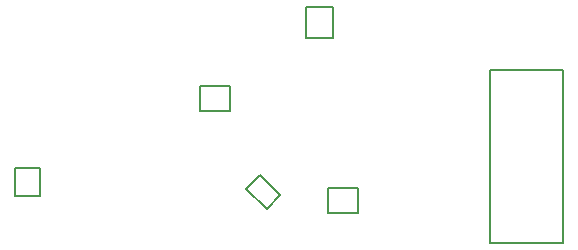
<source format=gbr>
%TF.GenerationSoftware,Altium Limited,Altium Designer,22.8.2 (66)*%
G04 Layer_Color=65535*
%FSLAX45Y45*%
%MOMM*%
%TF.SameCoordinates,DE4C73A7-34E9-4613-BA68-141157798951*%
%TF.FilePolarity,Positive*%
%TF.FileFunction,Other,Top_Courtyard*%
%TF.Part,Single*%
G01*
G75*
%TA.AperFunction,NonConductor*%
%ADD53C,0.20000*%
D53*
X7240160Y4050300D02*
X7858160D01*
Y2582800D02*
Y4050300D01*
X7240160Y2582800D02*
X7858160D01*
X7240160D02*
Y4050300D01*
X4783700Y3700800D02*
Y3910800D01*
Y3700800D02*
X5033700D01*
Y3910800D01*
X4783700D02*
X5033700D01*
X5676200Y4577540D02*
X5906200D01*
X5676200Y4317540D02*
Y4577540D01*
Y4317540D02*
X5906200D01*
Y4577540D01*
X5869400Y2838860D02*
Y3048860D01*
Y2838860D02*
X6119400D01*
Y3048860D01*
X5869400D02*
X6119400D01*
X5174799Y3040724D02*
X5287936Y3153861D01*
X5174799Y3040724D02*
X5344504Y2871019D01*
X5457641Y2984156D01*
X5287936Y3153861D02*
X5457641Y2984156D01*
X3214780Y2983800D02*
Y3213800D01*
Y2983800D02*
X3424780D01*
Y3213800D01*
X3214780D02*
X3424780D01*
%TF.MD5,9f1aac6cbd5ce3fd00f50ecb71f0c4ef*%
M02*

</source>
